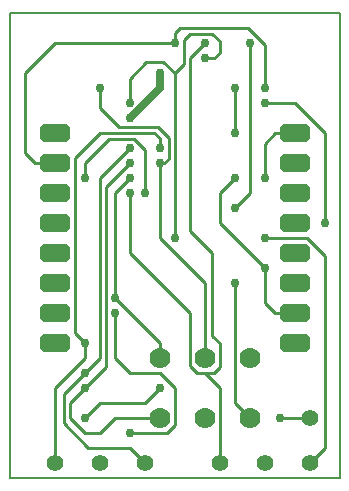
<source format=gbr>
G04 PROTEUS GERBER X2 FILE*
%TF.GenerationSoftware,Labcenter,Proteus,8.9-SP0-Build27865*%
%TF.CreationDate,2021-07-06T13:58:13+00:00*%
%TF.FileFunction,Copper,L2,Bot*%
%TF.FilePolarity,Positive*%
%TF.Part,Single*%
%TF.SameCoordinates,{18627ce9-af7a-45ab-814d-a4259279258d}*%
%FSLAX45Y45*%
%MOMM*%
G01*
%TA.AperFunction,Conductor*%
%ADD10C,0.254000*%
%ADD11C,0.635000*%
%TA.AperFunction,ViaPad*%
%ADD12C,0.762000*%
%AMDIL003*
4,1,8,
-1.270000,0.457200,-0.965200,0.762000,0.965200,0.762000,1.270000,0.457200,1.270000,-0.457200,
0.965200,-0.762000,-0.965200,-0.762000,-1.270000,-0.457200,-1.270000,0.457200,
0*%
%TA.AperFunction,ComponentPad*%
%ADD13DIL003*%
%TA.AperFunction,ComponentPad*%
%ADD70C,1.778000*%
%TA.AperFunction,WasherPad*%
%ADD71C,1.397000*%
%TA.AperFunction,Profile*%
%ADD20C,0.203200*%
%TD.AperFunction*%
D10*
X-7874000Y-127000D02*
X-8001000Y+0D01*
X-8001000Y+1016000D01*
X-9271000Y+508000D02*
X-9271000Y+381000D01*
X-9525000Y+127000D01*
X-9525000Y-508000D01*
X-8636000Y+127000D02*
X-8763000Y+0D01*
X-9144000Y+0D01*
X-9271000Y-127000D01*
X-9271000Y+254000D02*
X-9144000Y+381000D01*
X-9144000Y+1905000D01*
X-8890000Y+2159000D01*
X-8636000Y+2032000D02*
X-8636000Y+1397000D01*
X-8255000Y+1016000D01*
X-8255000Y+381000D01*
X-8255000Y+254000D02*
X-8128000Y+127000D01*
X-8128000Y-508000D01*
X-8001000Y+1651000D02*
X-7874000Y+1778000D01*
X-7874000Y+3048000D01*
X-8890000Y+1905000D02*
X-9017000Y+1778000D01*
X-9017000Y+889000D01*
X-8636000Y+508000D01*
X-8636000Y+381000D01*
D11*
X-8636000Y+2794000D02*
X-8636000Y+2667000D01*
X-8890000Y+2413000D01*
D10*
X-8509000Y+2794000D02*
X-8509000Y+1397000D01*
X-8001000Y+2667000D02*
X-8001000Y+2286000D01*
X-7620000Y-127000D02*
X-7366000Y-127000D01*
X-7747000Y+1143000D02*
X-8128000Y+1524000D01*
X-8128000Y+1778000D01*
X-8001000Y+1905000D01*
X-8636000Y-127000D02*
X-9017000Y-127000D01*
X-9144000Y-254000D01*
X-9271000Y-254000D01*
X-9398000Y-127000D01*
X-9398000Y+0D01*
X-9271000Y+127000D01*
X-9093200Y+304800D01*
X-9093200Y+1828800D01*
X-8890000Y+2032000D01*
X-9271000Y+508000D02*
X-9353550Y+590550D01*
X-9353550Y+2075835D01*
X-9143385Y+2286000D01*
X-8680450Y+2286000D01*
X-8636000Y+2241550D01*
X-8636000Y+2159000D01*
X-7747000Y+1397000D02*
X-7391400Y+1397000D01*
X-7239000Y+1244600D01*
X-7239000Y-381000D01*
X-7366000Y-508000D01*
X-9271000Y+1905000D02*
X-9271000Y+2032000D01*
X-9067800Y+2235200D01*
X-8854639Y+2235200D01*
X-8763000Y+2143561D01*
X-8763000Y+1778000D01*
X-8636000Y+2032000D02*
X-8597900Y+2032000D01*
X-8559800Y+2070100D01*
X-8559800Y+2247527D01*
X-8649073Y+2336800D01*
X-8978900Y+2336800D01*
X-9144000Y+2501900D01*
X-9144000Y+2667000D01*
X-8255000Y+254000D02*
X-8318500Y+254000D01*
X-8382000Y+317500D01*
X-8382000Y+762000D01*
X-8890000Y+1270000D01*
X-8890000Y+1778000D01*
X-8255000Y+254000D02*
X-8178800Y+254000D01*
X-8128000Y+304800D01*
X-8128000Y+508000D01*
X-8191500Y+571500D01*
X-8191500Y+1270000D01*
X-8382000Y+1460500D01*
X-8382000Y+2921000D01*
X-8255000Y+3048000D01*
X-8509000Y+2794000D02*
X-8432800Y+2870200D01*
X-8432800Y+3073027D01*
X-8381627Y+3124200D01*
X-8187515Y+3124200D01*
X-8128000Y+3064685D01*
X-8128000Y+2967815D01*
X-8174815Y+2921000D01*
X-8255000Y+2921000D01*
X-8509000Y+2794000D02*
X-8604250Y+2889250D01*
X-8747125Y+2889250D01*
X-8890000Y+2746375D01*
X-8890000Y+2540000D01*
X-7747000Y+2540000D02*
X-7493000Y+2540000D01*
X-7239000Y+2286000D01*
X-7239000Y+1524000D01*
X-8890000Y-254000D02*
X-8575239Y-254000D01*
X-8509000Y-187761D01*
X-8509000Y+127000D01*
X-8636000Y+254000D01*
X-8890000Y+254000D01*
X-9017000Y+381000D01*
X-9017000Y+762000D01*
X-7747000Y+1905000D02*
X-7747000Y+2197100D01*
X-7658100Y+2286000D01*
X-7493000Y+2286000D01*
X-7747000Y+1143000D02*
X-7747000Y+850900D01*
X-7658100Y+762000D01*
X-7493000Y+762000D01*
X-9525000Y+2032000D02*
X-9690100Y+2032000D01*
X-9779000Y+2120900D01*
X-9779000Y+2794000D01*
X-9525000Y+3048000D01*
X-8509000Y+3048000D01*
X-8509000Y+3130550D01*
X-8464550Y+3175000D01*
X-7887634Y+3175000D01*
X-7747000Y+3034366D01*
X-7747000Y+2667000D01*
X-9271000Y+254000D02*
X-9448753Y+76247D01*
X-9448753Y-171497D01*
X-9239250Y-381000D01*
X-8890000Y-381000D01*
X-8763000Y-508000D01*
D12*
X-8001000Y+1016000D03*
X-9271000Y-127000D03*
X-8636000Y+127000D03*
X-8890000Y+2159000D03*
X-7874000Y+3048000D03*
X-9017000Y+889000D03*
X-8890000Y+2413000D03*
X-8509000Y+1397000D03*
X-8001000Y+2286000D03*
X-7620000Y-127000D03*
X-8001000Y+1905000D03*
X-8890000Y+2032000D03*
X-9271000Y+127000D03*
X-8001000Y+2667000D03*
X-8890000Y+1905000D03*
X-8636000Y+2794000D03*
X-8001000Y+1651000D03*
X-9271000Y+508000D03*
X-8636000Y+2159000D03*
X-7747000Y+1397000D03*
X-9271000Y+1905000D03*
X-8763000Y+1778000D03*
X-8636000Y+2032000D03*
X-9144000Y+2667000D03*
X-8890000Y+1778000D03*
X-8255000Y+3048000D03*
X-8255000Y+2921000D03*
X-8890000Y+2540000D03*
X-7747000Y+2540000D03*
X-7239000Y+1524000D03*
X-8890000Y-254000D03*
X-9017000Y+762000D03*
X-7747000Y+1905000D03*
X-7747000Y+1143000D03*
X-8509000Y+3048000D03*
X-7747000Y+2667000D03*
X-9271000Y+254000D03*
D13*
X-7493000Y+2286000D03*
X-7493000Y+2032000D03*
X-7493000Y+1778000D03*
X-7493000Y+1524000D03*
X-7493000Y+1270000D03*
X-7493000Y+1016000D03*
X-7493000Y+762000D03*
X-7493000Y+508000D03*
X-9525000Y+508000D03*
X-9525000Y+762000D03*
X-9525000Y+1016000D03*
X-9525000Y+1270000D03*
X-9525000Y+1524000D03*
X-9525000Y+1778000D03*
X-9525000Y+2032000D03*
X-9525000Y+2286000D03*
D70*
X-8255000Y+381000D03*
X-8255000Y-127000D03*
X-7874000Y+381000D03*
X-7874000Y-127000D03*
X-8636000Y+381000D03*
X-8636000Y-127000D03*
D71*
X-9525000Y-508000D03*
X-8763000Y-508000D03*
X-9144000Y-508000D03*
X-7366000Y-508000D03*
X-7747000Y-508000D03*
X-7366000Y-127000D03*
X-8128000Y-508000D03*
D20*
X-9906000Y-635000D02*
X-7112000Y-635000D01*
X-7112000Y+3302000D01*
X-9906000Y+3302000D01*
X-9906000Y-635000D01*
M02*

</source>
